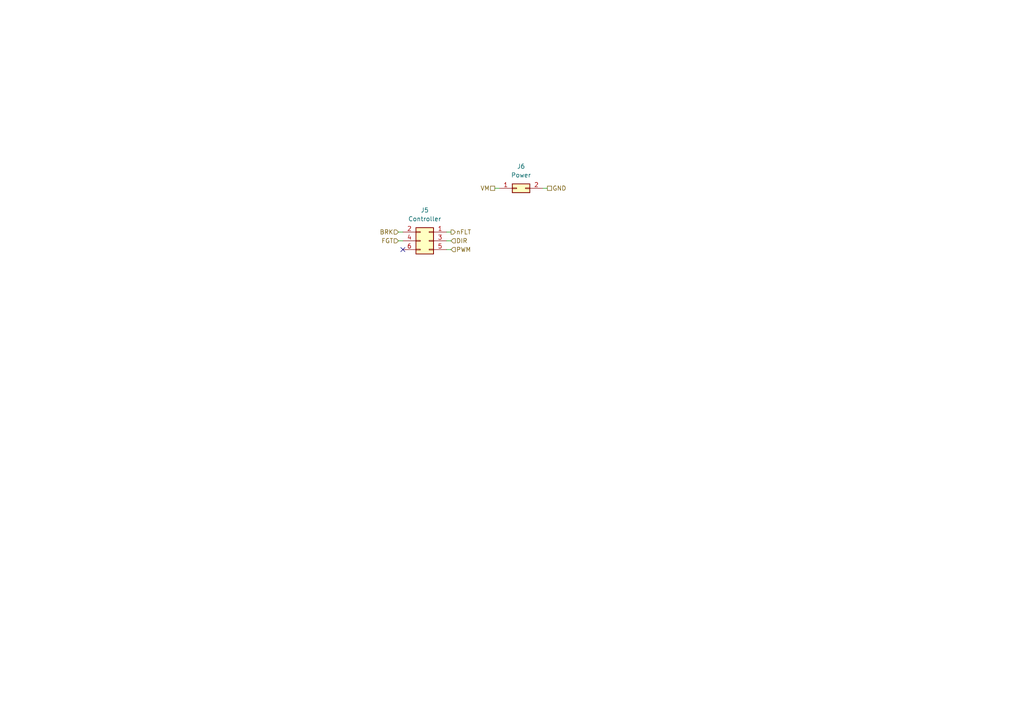
<source format=kicad_sch>
(kicad_sch (version 20230121) (generator eeschema)
  (paper "A4")
  (title_block (title "MotorDrive") (date "2024-01-18") (rev "v0.1"))
  (lib_symbols
    (symbol "Connector_Generic:Conn_02x01" (pin_names (offset 1.016) hide)
      (property "Reference" "J" (at 1.27 2.54 0))
      (property "Value" "Conn_02x01" (at 1.27 -2.54 0))
      (symbol "Conn_02x01_1_1"
        (rectangle (start -1.27 0.127) (end 0 -0.127) (stroke (width 0.1524)))
        (rectangle (start -1.27 1.27) (end 3.81 -1.27) (stroke (width 0.254)) (fill (type background)))
        (rectangle (start 3.81 0.127) (end 2.54 -0.127) (stroke (width 0.1524)))
        (pin passive line (at -5.08 0 0) (length 3.81) (name "Pin_1") (number "1"))
        (pin passive line (at 7.62 0 180) (length 3.81) (name "Pin_2") (number "2"))
      )
    )
    (symbol "Connector_Generic:Conn_02x03_Odd_Even" (pin_names (offset 1.016) hide)
      (property "Reference" "J" (at 1.27 5.08 0))
      (property "Value" "Conn_02x03_Odd_Even" (at 1.27 -5.08 0))
      (symbol "Conn_02x03_Odd_Even_1_1"
        (rectangle (start -1.27 -2.413) (end 0 -2.667) (stroke (width 0.1524)))
        (rectangle (start -1.27 0.127) (end 0 -0.127) (stroke (width 0.1524)))
        (rectangle (start -1.27 2.667) (end 0 2.413) (stroke (width 0.1524)))
        (rectangle (start -1.27 3.81) (end 3.81 -3.81) (stroke (width 0.254)) (fill (type background)))
        (rectangle (start 3.81 -2.413) (end 2.54 -2.667) (stroke (width 0.1524)))
        (rectangle (start 3.81 0.127) (end 2.54 -0.127) (stroke (width 0.1524)))
        (rectangle (start 3.81 2.667) (end 2.54 2.413) (stroke (width 0.1524)))
        (pin passive line (at -5.08 2.54 0) (length 3.81) (name "Pin_1") (number "1"))
        (pin passive line (at 7.62 2.54 180) (length 3.81) (name "Pin_2") (number "2"))
        (pin passive line (at -5.08 0 0) (length 3.81) (name "Pin_3") (number "3"))
        (pin passive line (at 7.62 0 180) (length 3.81) (name "Pin_4") (number "4"))
        (pin passive line (at -5.08 -2.54 0) (length 3.81) (name "Pin_5") (number "5"))
        (pin passive line (at 7.62 -2.54 180) (length 3.81) (name "Pin_6") (number "6"))
      )
    )
  )
  (no_connect (at 116.84 72.39))
  (wire (pts (xy 143.51 54.61) (xy 144.78 54.61)))
  (wire (pts (xy 129.54 67.31) (xy 130.81 67.31)))
  (wire (pts (xy 129.54 69.85) (xy 130.81 69.85)))
  (wire (pts (xy 157.48 54.61) (xy 158.75 54.61)))
  (wire (pts (xy 115.57 69.85) (xy 116.84 69.85)))
  (wire (pts (xy 115.57 67.31) (xy 116.84 67.31)))
  (wire (pts (xy 129.54 72.39) (xy 130.81 72.39)))
  (hierarchical_label "VM" (shape passive) (at 143.51 54.61 180))
  (hierarchical_label "PWM" (shape input) (at 130.81 72.39 0))
  (hierarchical_label "nFLT" (shape output) (at 130.81 67.31 0))
  (hierarchical_label "FGT" (shape input) (at 115.57 69.85 180))
  (hierarchical_label "DIR" (shape input) (at 130.81 69.85 0))
  (hierarchical_label "GND" (shape passive) (at 158.75 54.61 0))
  (hierarchical_label "BRK" (shape input) (at 115.57 67.31 180))
  (symbol (lib_id "Connector_Generic:Conn_02x01") (at 149.86 54.61 0) (unit 1)
    (property "Reference" "J6" (at 151.13 48.26 0))
    (property "Value" "Power" (at 151.13 50.8 0))
    (property "Footprint" "Connector_Molex:Molex_KK-396_5273-02A_1x02_P3.96mm_Vertical" (effects hide))
  )
  (symbol (lib_id "Connector_Generic:Conn_02x03_Odd_Even") (at 124.46 69.85 0) (mirror y) (unit 1)
    (property "Reference" "J5" (at 123.19 60.96 0))
    (property "Value" "Controller" (at 123.19 63.5 0))
    (property "Footprint" "Connector_PinSocket_2.54mm:PinSocket_2x03_P2.54mm_Vertical" (effects hide))
  )
)
</source>
